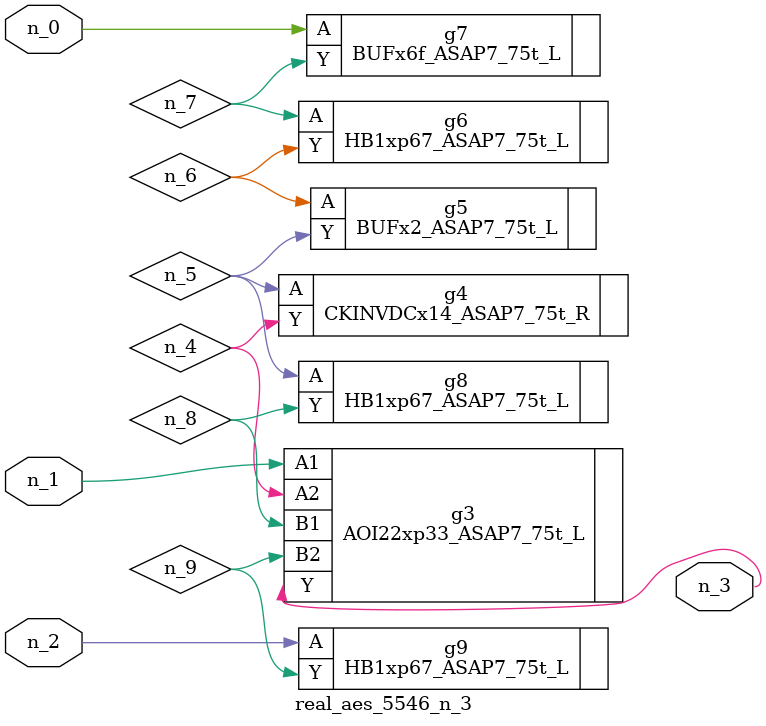
<source format=v>
module real_aes_5546_n_3 (n_0, n_2, n_1, n_3);
input n_0;
input n_2;
input n_1;
output n_3;
wire n_4;
wire n_5;
wire n_7;
wire n_8;
wire n_9;
wire n_6;
BUFx6f_ASAP7_75t_L g7 ( .A(n_0), .Y(n_7) );
AOI22xp33_ASAP7_75t_L g3 ( .A1(n_1), .A2(n_4), .B1(n_8), .B2(n_9), .Y(n_3) );
HB1xp67_ASAP7_75t_L g9 ( .A(n_2), .Y(n_9) );
CKINVDCx14_ASAP7_75t_R g4 ( .A(n_5), .Y(n_4) );
HB1xp67_ASAP7_75t_L g8 ( .A(n_5), .Y(n_8) );
BUFx2_ASAP7_75t_L g5 ( .A(n_6), .Y(n_5) );
HB1xp67_ASAP7_75t_L g6 ( .A(n_7), .Y(n_6) );
endmodule
</source>
